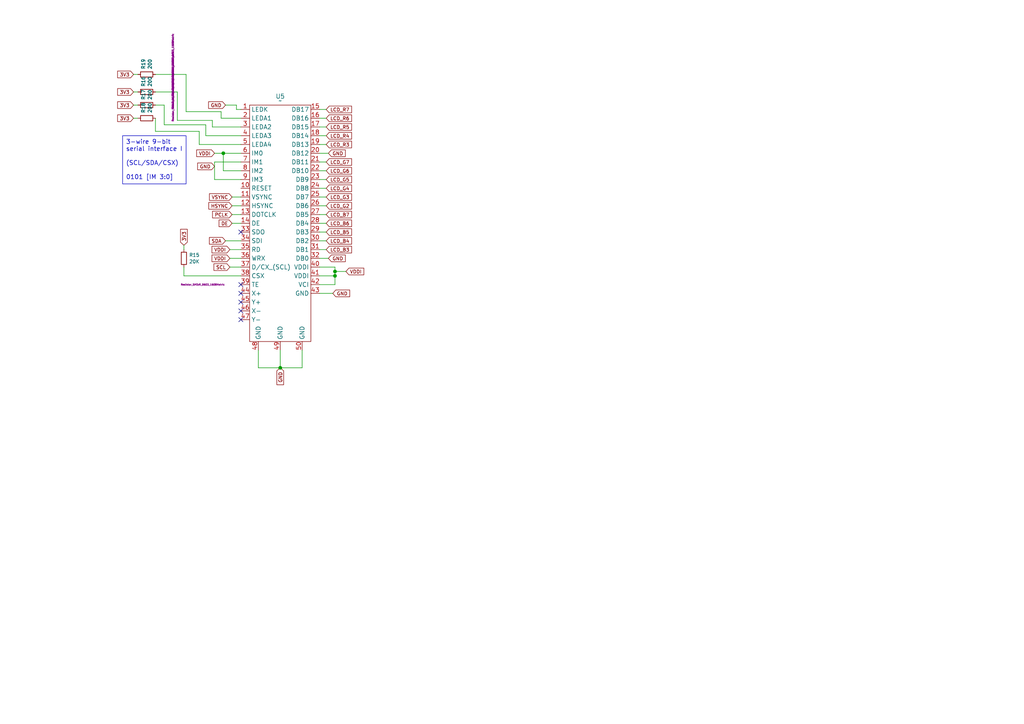
<source format=kicad_sch>
(kicad_sch (version 20230121) (generator eeschema)
  (paper "A4")
  (title_block (title "PiCM3 GBA") (date "2024-01-14") (rev "V1.0") (company "Seth Barberee"))
  (lib_symbols
    (symbol "Device:R_Small" (pin_numbers hide) (pin_names (offset 0.254) hide)
      (property "Reference" "R" (at 0.762 0.508 0))
      (property "Value" "R_Small" (at 0.762 -1.016 0))
      (symbol "R_Small_0_1"
        (rectangle (start -0.762 1.778) (end 0.762 -1.778) (stroke (width 0.2032)))
      )
      (symbol "R_Small_1_1"
        (pin passive line (at 0 2.54 270) (length 0.762) (name "~") (number "1"))
        (pin passive line (at 0 -2.54 90) (length 0.762) (name "~") (number "2"))
      )
    )
    (symbol "display_tft_adafruit:MI0283QT-11"
      (property "Reference" "U" (at 0 0 0))
      (symbol "MI0283QT-11_0_1"
        (rectangle (start -8.89 -1.27) (end 8.89 -69.85))
      )
      (symbol "MI0283QT-11_1_1"
        (pin input line (at -11.43 -2.54 0) (length 2.54) (name "LEDK") (number "1"))
        (pin input line (at -11.43 -25.4 0) (length 2.54) (name "RESET") (number "10"))
        (pin bidirectional line (at -11.43 -27.94 0) (length 2.54) (name "VSYNC") (number "11"))
        (pin bidirectional line (at -11.43 -30.48 0) (length 2.54) (name "HSYNC") (number "12"))
        (pin bidirectional line (at -11.43 -33.02 0) (length 2.54) (name "DOTCLK") (number "13"))
        (pin bidirectional line (at -11.43 -35.56 0) (length 2.54) (name "DE") (number "14"))
        (pin bidirectional line (at 11.43 -2.54 180) (length 2.54) (name "DB17") (number "15"))
        (pin bidirectional line (at 11.43 -5.08 180) (length 2.54) (name "DB16") (number "16"))
        (pin bidirectional line (at 11.43 -7.62 180) (length 2.54) (name "DB15") (number "17"))
        (pin input line (at 11.43 -10.16 180) (length 2.54) (name "DB14") (number "18"))
        (pin input line (at 11.43 -12.7 180) (length 2.54) (name "DB13") (number "19"))
        (pin input line (at -11.43 -5.08 0) (length 2.54) (name "LEDA1") (number "2"))
        (pin input line (at 11.43 -15.24 180) (length 2.54) (name "DB12") (number "20"))
        (pin input line (at 11.43 -17.78 180) (length 2.54) (name "DB11") (number "21"))
        (pin input line (at 11.43 -20.32 180) (length 2.54) (name "DB10") (number "22"))
        (pin input line (at 11.43 -22.86 180) (length 2.54) (name "DB9") (number "23"))
        (pin input line (at 11.43 -25.4 180) (length 2.54) (name "DB8") (number "24"))
        (pin input line (at 11.43 -27.94 180) (length 2.54) (name "DB7") (number "25"))
        (pin input line (at 11.43 -30.48 180) (length 2.54) (name "DB6") (number "26"))
        (pin input line (at 11.43 -33.02 180) (length 2.54) (name "DB5") (number "27"))
        (pin input line (at 11.43 -35.56 180) (length 2.54) (name "DB4") (number "28"))
        (pin input line (at 11.43 -38.1 180) (length 2.54) (name "DB3") (number "29"))
        (pin input line (at -11.43 -7.62 0) (length 2.54) (name "LEDA2") (number "3"))
        (pin input line (at 11.43 -40.64 180) (length 2.54) (name "DB2") (number "30"))
        (pin input line (at 11.43 -43.18 180) (length 2.54) (name "DB1") (number "31"))
        (pin bidirectional line (at 11.43 -45.72 180) (length 2.54) (name "DB0") (number "32"))
        (pin bidirectional line (at -11.43 -38.1 0) (length 2.54) (name "SDO") (number "33"))
        (pin bidirectional line (at -11.43 -40.64 0) (length 2.54) (name "SDI") (number "34"))
        (pin bidirectional line (at -11.43 -43.18 0) (length 2.54) (name "RD") (number "35"))
        (pin bidirectional line (at -11.43 -45.72 0) (length 2.54) (name "WRX") (number "36"))
        (pin bidirectional line (at -11.43 -48.26 0) (length 2.54) (name "D/CX_(SCL)") (number "37"))
        (pin bidirectional line (at -11.43 -50.8 0) (length 2.54) (name "CSX") (number "38"))
        (pin bidirectional line (at -11.43 -53.34 0) (length 2.54) (name "TE") (number "39"))
        (pin input line (at -11.43 -10.16 0) (length 2.54) (name "LEDA3") (number "4"))
        (pin power_in line (at 11.43 -48.26 180) (length 2.54) (name "VDDI") (number "40"))
        (pin power_in line (at 11.43 -50.8 180) (length 2.54) (name "VDDI") (number "41"))
        (pin power_in line (at 11.43 -53.34 180) (length 2.54) (name "VCI") (number "42"))
        (pin output line (at 11.43 -55.88 180) (length 2.54) (name "GND") (number "43"))
        (pin output line (at -11.43 -55.88 0) (length 2.54) (name "X+") (number "44"))
        (pin output line (at -11.43 -58.42 0) (length 2.54) (name "Y+") (number "45"))
        (pin output line (at -11.43 -60.96 0) (length 2.54) (name "X-") (number "46"))
        (pin output line (at -11.43 -63.5 0) (length 2.54) (name "Y-") (number "47"))
        (pin output line (at -6.35 -72.39 90) (length 2.54) (name "GND") (number "48"))
        (pin output line (at 0 -72.39 90) (length 2.54) (name "GND") (number "49"))
        (pin input line (at -11.43 -12.7 0) (length 2.54) (name "LEDA4") (number "5"))
        (pin output line (at 6.35 -72.39 90) (length 2.54) (name "GND") (number "50"))
        (pin input line (at -11.43 -15.24 0) (length 2.54) (name "IM0") (number "6"))
        (pin input line (at -11.43 -17.78 0) (length 2.54) (name "IM1") (number "7"))
        (pin input line (at -11.43 -20.32 0) (length 2.54) (name "IM2") (number "8"))
        (pin input line (at -11.43 -22.86 0) (length 2.54) (name "IM3") (number "9"))
      )
    )
  )
  (junction (at 81.28 106.68))
  (junction (at 97.155 78.74))
  (junction (at 64.77 44.45))
  (junction (at 97.155 80.01))
  (no_connect (at 69.85 85.09))
  (no_connect (at 69.85 82.55))
  (no_connect (at 69.85 67.31))
  (no_connect (at 69.85 92.71))
  (no_connect (at 69.85 87.63))
  (no_connect (at 69.85 90.17))
  (wire (pts (xy 92.71 52.07) (xy 94.615 52.07)))
  (wire (pts (xy 92.71 54.61) (xy 94.615 54.61)))
  (wire (pts (xy 45.085 38.1) (xy 57.785 38.1)))
  (wire (pts (xy 53.975 21.59) (xy 45.085 21.59)))
  (wire (pts (xy 92.71 85.09) (xy 96.52 85.09)))
  (wire (pts (xy 59.69 39.37) (xy 69.85 39.37)))
  (wire (pts (xy 92.71 44.45) (xy 95.25 44.45)))
  (wire (pts (xy 92.71 77.47) (xy 97.155 77.47)))
  (wire (pts (xy 68.58 30.48) (xy 68.58 31.75)))
  (wire (pts (xy 38.735 21.59) (xy 40.005 21.59)))
  (wire (pts (xy 38.735 26.67) (xy 40.005 26.67)))
  (wire (pts (xy 45.085 30.48) (xy 47.625 30.48)))
  (wire (pts (xy 66.675 74.93) (xy 69.85 74.93)))
  (wire (pts (xy 65.405 69.85) (xy 69.85 69.85)))
  (wire (pts (xy 62.23 44.45) (xy 64.77 44.45)))
  (wire (pts (xy 57.785 38.1) (xy 57.785 41.91)))
  (wire (pts (xy 64.135 32.385) (xy 53.975 32.385)))
  (wire (pts (xy 47.625 30.48) (xy 47.625 36.195)))
  (wire (pts (xy 53.34 71.12) (xy 53.34 72.39)))
  (wire (pts (xy 87.63 106.68) (xy 81.28 106.68)))
  (wire (pts (xy 81.28 101.6) (xy 81.28 106.68)))
  (wire (pts (xy 92.71 36.83) (xy 94.615 36.83)))
  (wire (pts (xy 45.085 34.29) (xy 45.085 38.1)))
  (wire (pts (xy 69.85 80.01) (xy 53.34 80.01)))
  (wire (pts (xy 97.155 80.01) (xy 97.155 82.55)))
  (wire (pts (xy 92.71 46.99) (xy 94.615 46.99)))
  (wire (pts (xy 38.735 34.29) (xy 40.005 34.29)))
  (wire (pts (xy 74.93 106.68) (xy 81.28 106.68)))
  (wire (pts (xy 65.405 30.48) (xy 68.58 30.48)))
  (wire (pts (xy 51.435 26.67) (xy 51.435 34.925)))
  (wire (pts (xy 69.85 49.53) (xy 64.77 49.53)))
  (wire (pts (xy 47.625 36.195) (xy 59.69 36.195)))
  (wire (pts (xy 92.71 82.55) (xy 97.155 82.55)))
  (wire (pts (xy 87.63 101.6) (xy 87.63 106.68)))
  (wire (pts (xy 92.71 59.69) (xy 94.615 59.69)))
  (wire (pts (xy 100.33 78.74) (xy 97.155 78.74)))
  (wire (pts (xy 97.155 77.47) (xy 97.155 78.74)))
  (wire (pts (xy 92.71 72.39) (xy 94.615 72.39)))
  (wire (pts (xy 92.71 64.77) (xy 94.615 64.77)))
  (wire (pts (xy 68.58 31.75) (xy 69.85 31.75)))
  (wire (pts (xy 53.975 32.385) (xy 53.975 21.59)))
  (wire (pts (xy 74.93 101.6) (xy 74.93 106.68)))
  (wire (pts (xy 69.85 52.07) (xy 62.23 52.07)))
  (wire (pts (xy 92.71 49.53) (xy 94.615 49.53)))
  (wire (pts (xy 69.85 46.99) (xy 62.23 46.99)))
  (wire (pts (xy 92.71 80.01) (xy 97.155 80.01)))
  (wire (pts (xy 69.85 34.29) (xy 64.135 34.29)))
  (wire (pts (xy 92.71 69.85) (xy 94.615 69.85)))
  (wire (pts (xy 97.155 78.74) (xy 97.155 80.01)))
  (wire (pts (xy 92.71 41.91) (xy 94.615 41.91)))
  (wire (pts (xy 92.71 39.37) (xy 94.615 39.37)))
  (wire (pts (xy 61.595 36.83) (xy 69.85 36.83)))
  (wire (pts (xy 57.785 41.91) (xy 69.85 41.91)))
  (wire (pts (xy 66.675 77.47) (xy 69.85 77.47)))
  (wire (pts (xy 92.71 62.23) (xy 94.615 62.23)))
  (wire (pts (xy 67.31 64.77) (xy 69.85 64.77)))
  (wire (pts (xy 62.23 46.99) (xy 62.23 52.07)))
  (wire (pts (xy 38.735 30.48) (xy 40.005 30.48)))
  (wire (pts (xy 66.675 72.39) (xy 69.85 72.39)))
  (wire (pts (xy 67.31 59.69) (xy 69.85 59.69)))
  (wire (pts (xy 45.085 26.67) (xy 51.435 26.67)))
  (wire (pts (xy 67.31 57.15) (xy 69.85 57.15)))
  (wire (pts (xy 64.135 34.29) (xy 64.135 32.385)))
  (wire (pts (xy 92.71 74.93) (xy 95.25 74.93)))
  (wire (pts (xy 92.71 57.15) (xy 94.615 57.15)))
  (wire (pts (xy 92.71 31.75) (xy 94.615 31.75)))
  (wire (pts (xy 51.435 34.925) (xy 61.595 34.925)))
  (wire (pts (xy 92.71 67.31) (xy 94.615 67.31)))
  (wire (pts (xy 59.69 36.195) (xy 59.69 39.37)))
  (wire (pts (xy 64.77 44.45) (xy 69.85 44.45)))
  (wire (pts (xy 61.595 34.925) (xy 61.595 36.83)))
  (wire (pts (xy 92.71 34.29) (xy 94.615 34.29)))
  (wire (pts (xy 64.77 49.53) (xy 64.77 44.45)))
  (wire (pts (xy 53.34 80.01) (xy 53.34 77.47)))
  (wire (pts (xy 67.31 62.23) (xy 69.85 62.23)))
  (text_box "3-wire 9-bit serial interface I\n\n(SCL/SDA/CSX)\n\n0101 [IM 3:0]" (at 35.56 39.37 0) (size 18.415 13.97) (effects (font (size 1.27 1.27)) (justify left top)))
  (global_label "GND" (shape input) (at 96.52 85.09 0) (effects (font (size 0.9906 0.9906))) (property "Intersheetrefs" "${INTERSHEET_REFS}" (effects hide)))
  (global_label "GND" (shape input) (at 95.25 44.45 0) (effects (font (size 0.9906 0.9906))) (property "Intersheetrefs" "${INTERSHEET_REFS}" (effects hide)))
  (global_label "GND" (shape input) (at 95.25 74.93 0) (effects (font (size 0.9906 0.9906))) (property "Intersheetrefs" "${INTERSHEET_REFS}" (effects hide)))
  (global_label "3V3" (shape input) (at 38.735 34.29 180) (effects (font (size 0.9906 0.9906))) (property "Intersheetrefs" "${INTERSHEET_REFS}" (effects hide)))
  (global_label "DE" (shape input) (at 67.31 64.77 180) (effects (font (size 0.9906 0.9906))) (property "Intersheetrefs" "${INTERSHEET_REFS}" (effects hide)))
  (global_label "GND" (shape input) (at 65.405 30.48 180) (effects (font (size 0.9906 0.9906))) (property "Intersheetrefs" "${INTERSHEET_REFS}" (effects hide)))
  (global_label "3V3" (shape input) (at 38.735 26.67 180) (effects (font (size 0.9906 0.9906))) (property "Intersheetrefs" "${INTERSHEET_REFS}" (effects hide)))
  (global_label "LCD_B3" (shape input) (at 94.615 72.39 0) (effects (font (size 0.9906 0.9906))) (property "Intersheetrefs" "${INTERSHEET_REFS}" (effects hide)))
  (global_label "LCD_G6" (shape input) (at 94.615 49.53 0) (effects (font (size 0.9906 0.9906))) (property "Intersheetrefs" "${INTERSHEET_REFS}" (effects hide)))
  (global_label "LCD_G5" (shape input) (at 94.615 52.07 0) (effects (font (size 0.9906 0.9906))) (property "Intersheetrefs" "${INTERSHEET_REFS}" (effects hide)))
  (global_label "GND" (shape input) (at 62.23 48.26 180) (effects (font (size 0.9906 0.9906))) (property "Intersheetrefs" "${INTERSHEET_REFS}" (effects hide)))
  (global_label "VDDI" (shape input) (at 100.33 78.74 0) (effects (font (size 0.9906 0.9906))) (property "Intersheetrefs" "${INTERSHEET_REFS}" (effects hide)))
  (global_label "VSYNC" (shape input) (at 67.31 57.15 180) (effects (font (size 0.9906 0.9906))) (property "Intersheetrefs" "${INTERSHEET_REFS}" (effects hide)))
  (global_label "VDDI" (shape input) (at 62.23 44.45 180) (effects (font (size 0.9906 0.9906))) (property "Intersheetrefs" "${INTERSHEET_REFS}" (effects hide)))
  (global_label "VDDI" (shape input) (at 66.675 74.93 180) (effects (font (size 0.9906 0.9906))) (property "Intersheetrefs" "${INTERSHEET_REFS}" (effects hide)))
  (global_label "SDA" (shape input) (at 65.405 69.85 180) (effects (font (size 0.9906 0.9906))) (property "Intersheetrefs" "${INTERSHEET_REFS}" (effects hide)))
  (global_label "LCD_R3" (shape input) (at 94.615 41.91 0) (effects (font (size 0.9906 0.9906))) (property "Intersheetrefs" "${INTERSHEET_REFS}" (effects hide)))
  (global_label "3V3" (shape input) (at 38.735 30.48 180) (effects (font (size 0.9906 0.9906))) (property "Intersheetrefs" "${INTERSHEET_REFS}" (effects hide)))
  (global_label "LCD_R6" (shape input) (at 94.615 34.29 0) (effects (font (size 0.9906 0.9906))) (property "Intersheetrefs" "${INTERSHEET_REFS}" (effects hide)))
  (global_label "SCL" (shape input) (at 66.675 77.47 180) (effects (font (size 0.9906 0.9906))) (property "Intersheetrefs" "${INTERSHEET_REFS}" (effects hide)))
  (global_label "LCD_G3" (shape input) (at 94.615 57.15 0) (effects (font (size 0.9906 0.9906))) (property "Intersheetrefs" "${INTERSHEET_REFS}" (effects hide)))
  (global_label "LCD_B5" (shape input) (at 94.615 67.31 0) (effects (font (size 0.9906 0.9906))) (property "Intersheetrefs" "${INTERSHEET_REFS}" (effects hide)))
  (global_label "LCD_R4" (shape input) (at 94.615 39.37 0) (effects (font (size 0.9906 0.9906))) (property "Intersheetrefs" "${INTERSHEET_REFS}" (effects hide)))
  (global_label "LCD_B6" (shape input) (at 94.615 64.77 0) (effects (font (size 0.9906 0.9906))) (property "Intersheetrefs" "${INTERSHEET_REFS}" (effects hide)))
  (global_label "VDDI" (shape input) (at 66.675 72.39 180) (effects (font (size 0.9906 0.9906))) (property "Intersheetrefs" "${INTERSHEET_REFS}" (effects hide)))
  (global_label "LCD_G7" (shape input) (at 94.615 46.99 0) (effects (font (size 0.9906 0.9906))) (property "Intersheetrefs" "${INTERSHEET_REFS}" (effects hide)))
  (global_label "LCD_R7" (shape input) (at 94.615 31.75 0) (effects (font (size 0.9906 0.9906))) (property "Intersheetrefs" "${INTERSHEET_REFS}" (effects hide)))
  (global_label "3V3" (shape input) (at 38.735 21.59 180) (effects (font (size 0.9906 0.9906))) (property "Intersheetrefs" "${INTERSHEET_REFS}" (effects hide)))
  (global_label "LCD_B4" (shape input) (at 94.615 69.85 0) (effects (font (size 0.9906 0.9906))) (property "Intersheetrefs" "${INTERSHEET_REFS}" (effects hide)))
  (global_label "GND" (shape input) (at 81.28 106.68 270) (effects (font (size 0.9906 0.9906))) (property "Intersheetrefs" "${INTERSHEET_REFS}" (effects hide)))
  (global_label "LCD_G2" (shape input) (at 94.615 59.69 0) (effects (font (size 0.9906 0.9906))) (property "Intersheetrefs" "${INTERSHEET_REFS}" (effects hide)))
  (global_label "3V3" (shape input) (at 53.34 71.12 90) (effects (font (size 0.9906 0.9906))) (property "Intersheetrefs" "${INTERSHEET_REFS}" (effects hide)))
  (global_label "LCD_R5" (shape input) (at 94.615 36.83 0) (effects (font (size 0.9906 0.9906))) (property "Intersheetrefs" "${INTERSHEET_REFS}" (effects hide)))
  (global_label "PCLK" (shape input) (at 67.31 62.23 180) (effects (font (size 0.9906 0.9906))) (property "Intersheetrefs" "${INTERSHEET_REFS}" (effects hide)))
  (global_label "LCD_B7" (shape input) (at 94.615 62.23 0) (effects (font (size 0.9906 0.9906))) (property "Intersheetrefs" "${INTERSHEET_REFS}" (effects hide)))
  (global_label "HSYNC" (shape input) (at 67.31 59.69 180) (effects (font (size 0.9906 0.9906))) (property "Intersheetrefs" "${INTERSHEET_REFS}" (effects hide)))
  (global_label "LCD_G4" (shape input) (at 94.615 54.61 0) (effects (font (size 0.9906 0.9906))) (property "Intersheetrefs" "${INTERSHEET_REFS}" (effects hide)))
  (symbol (lib_id "Device:R_Small") (at 42.545 21.59 90) (unit 1)
    (property "Reference" "R19" (at 41.5798 20.0914 0) (effects (font (size 0.9906 0.9906)) (justify left)))
    (property "Value" "200" (at 43.4848 20.0914 0) (effects (font (size 0.9906 0.9906)) (justify left)))
    (property "Footprint" "Resistor_SMD:R_0603_1608Metric" (at 50.165 16.129 0) (effects (font (size 0.508 0.508))))
  )
  (symbol (lib_id "Device:R_Small") (at 42.545 26.67 90) (unit 1)
    (property "Reference" "R16" (at 41.5798 25.1714 0) (effects (font (size 0.9906 0.9906)) (justify left)))
    (property "Value" "200" (at 43.4848 25.1714 0) (effects (font (size 0.9906 0.9906)) (justify left)))
    (property "Footprint" "Resistor_SMD:R_0603_1608Metric" (at 50.165 21.209 0) (effects (font (size 0.508 0.508))))
  )
  (symbol (lib_id "display_tft_adafruit:MI0283QT-11") (at 81.28 29.21 0) (unit 1)
    (property "Reference" "U5" (at 81.28 27.94 0))
    (property "Value" "~" (at 81.28 29.21 0))
    (property "Footprint" "Connector_FFC-FPC:TE_5-1734839-0_1x50-1MP_P0.5mm_Horizontal" (effects hide))
  )
  (symbol (lib_id "Device:R_Small") (at 42.545 30.48 90) (unit 1)
    (property "Reference" "R17" (at 41.5798 28.9814 0) (effects (font (size 0.9906 0.9906)) (justify left)))
    (property "Value" "200" (at 43.4848 28.9814 0) (effects (font (size 0.9906 0.9906)) (justify left)))
    (property "Footprint" "Resistor_SMD:R_0603_1608Metric" (at 50.165 25.019 0) (effects (font (size 0.508 0.508))))
  )
  (symbol (lib_id "Device:R_Small") (at 42.545 34.29 90) (unit 1)
    (property "Reference" "R18" (at 41.5798 32.7914 0) (effects (font (size 0.9906 0.9906)) (justify left)))
    (property "Value" "200" (at 43.4848 32.7914 0) (effects (font (size 0.9906 0.9906)) (justify left)))
    (property "Footprint" "Resistor_SMD:R_0603_1608Metric" (at 50.165 28.829 0) (effects (font (size 0.508 0.508))))
  )
  (symbol (lib_id "Device:R_Small") (at 53.34 74.93 0) (unit 1)
    (property "Reference" "R15" (at 54.8386 73.9648 0) (effects (font (size 0.9906 0.9906)) (justify left)))
    (property "Value" "20K" (at 54.8386 75.8698 0) (effects (font (size 0.9906 0.9906)) (justify left)))
    (property "Footprint" "Resistor_SMD:R_0603_1608Metric" (at 58.801 82.55 0) (effects (font (size 0.508 0.508))))
  )
)
</source>
